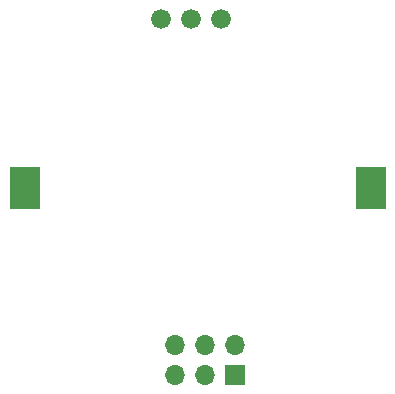
<source format=gbr>
%TF.GenerationSoftware,KiCad,Pcbnew,7.0.5-0*%
%TF.CreationDate,2024-04-01T07:30:38-07:00*%
%TF.ProjectId,StarNecklace,53746172-4e65-4636-9b6c-6163652e6b69,1*%
%TF.SameCoordinates,Original*%
%TF.FileFunction,Soldermask,Bot*%
%TF.FilePolarity,Negative*%
%FSLAX46Y46*%
G04 Gerber Fmt 4.6, Leading zero omitted, Abs format (unit mm)*
G04 Created by KiCad (PCBNEW 7.0.5-0) date 2024-04-01 07:30:38*
%MOMM*%
%LPD*%
G01*
G04 APERTURE LIST*
%ADD10R,1.700000X1.700000*%
%ADD11O,1.700000X1.700000*%
%ADD12C,1.676400*%
%ADD13R,2.600000X3.600000*%
G04 APERTURE END LIST*
D10*
%TO.C,J1*%
X100900000Y-80850000D03*
D11*
X100900000Y-78310000D03*
X98360000Y-80850000D03*
X98360000Y-78310000D03*
X95820000Y-80850000D03*
X95820000Y-78310000D03*
%TD*%
D12*
%TO.C,SW1*%
X99734656Y-50771858D03*
X97194656Y-50771858D03*
X94654656Y-50771858D03*
%TD*%
D13*
%TO.C,BAT1*%
X112400000Y-65025000D03*
X83100000Y-65025000D03*
%TD*%
M02*

</source>
